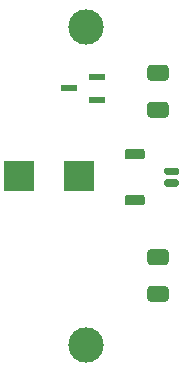
<source format=gbr>
%TF.GenerationSoftware,KiCad,Pcbnew,5.1.9*%
%TF.CreationDate,2021-01-06T21:23:30+01:00*%
%TF.ProjectId,powerpack,706f7765-7270-4616-936b-2e6b69636164,rev?*%
%TF.SameCoordinates,Original*%
%TF.FileFunction,Soldermask,Top*%
%TF.FilePolarity,Negative*%
%FSLAX46Y46*%
G04 Gerber Fmt 4.6, Leading zero omitted, Abs format (unit mm)*
G04 Created by KiCad (PCBNEW 5.1.9) date 2021-01-06 21:23:30*
%MOMM*%
%LPD*%
G01*
G04 APERTURE LIST*
%ADD10C,3.000000*%
%ADD11R,1.380000X0.600000*%
%ADD12R,2.500000X2.500000*%
G04 APERTURE END LIST*
D10*
%TO.C,J2.1*%
X174942500Y-21907500D03*
%TD*%
D11*
%TO.C,U1*%
X173510800Y-27127200D03*
X175840800Y-26177200D03*
X175840800Y-28077200D03*
%TD*%
%TO.C,C1*%
G36*
G01*
X180349997Y-43876800D02*
X181650003Y-43876800D01*
G75*
G02*
X181900000Y-44126797I0J-249997D01*
G01*
X181900000Y-44951803D01*
G75*
G02*
X181650003Y-45201800I-249997J0D01*
G01*
X180349997Y-45201800D01*
G75*
G02*
X180100000Y-44951803I0J249997D01*
G01*
X180100000Y-44126797D01*
G75*
G02*
X180349997Y-43876800I249997J0D01*
G01*
G37*
G36*
G01*
X180349997Y-40751800D02*
X181650003Y-40751800D01*
G75*
G02*
X181900000Y-41001797I0J-249997D01*
G01*
X181900000Y-41826803D01*
G75*
G02*
X181650003Y-42076800I-249997J0D01*
G01*
X180349997Y-42076800D01*
G75*
G02*
X180100000Y-41826803I0J249997D01*
G01*
X180100000Y-41001797D01*
G75*
G02*
X180349997Y-40751800I249997J0D01*
G01*
G37*
%TD*%
%TO.C,C2*%
G36*
G01*
X180349997Y-25156200D02*
X181650003Y-25156200D01*
G75*
G02*
X181900000Y-25406197I0J-249997D01*
G01*
X181900000Y-26231203D01*
G75*
G02*
X181650003Y-26481200I-249997J0D01*
G01*
X180349997Y-26481200D01*
G75*
G02*
X180100000Y-26231203I0J249997D01*
G01*
X180100000Y-25406197D01*
G75*
G02*
X180349997Y-25156200I249997J0D01*
G01*
G37*
G36*
G01*
X180349997Y-28281200D02*
X181650003Y-28281200D01*
G75*
G02*
X181900000Y-28531197I0J-249997D01*
G01*
X181900000Y-29356203D01*
G75*
G02*
X181650003Y-29606200I-249997J0D01*
G01*
X180349997Y-29606200D01*
G75*
G02*
X180100000Y-29356203I0J249997D01*
G01*
X180100000Y-28531197D01*
G75*
G02*
X180349997Y-28281200I249997J0D01*
G01*
G37*
%TD*%
%TO.C,J1*%
G36*
G01*
X181692400Y-33845600D02*
X182642400Y-33845600D01*
G75*
G02*
X182792400Y-33995600I0J-150000D01*
G01*
X182792400Y-34295600D01*
G75*
G02*
X182642400Y-34445600I-150000J0D01*
G01*
X181692400Y-34445600D01*
G75*
G02*
X181542400Y-34295600I0J150000D01*
G01*
X181542400Y-33995600D01*
G75*
G02*
X181692400Y-33845600I150000J0D01*
G01*
G37*
G36*
G01*
X181692400Y-34845600D02*
X182642400Y-34845600D01*
G75*
G02*
X182792400Y-34995600I0J-150000D01*
G01*
X182792400Y-35295600D01*
G75*
G02*
X182642400Y-35445600I-150000J0D01*
G01*
X181692400Y-35445600D01*
G75*
G02*
X181542400Y-35295600I0J150000D01*
G01*
X181542400Y-34995600D01*
G75*
G02*
X181692400Y-34845600I150000J0D01*
G01*
G37*
G36*
G01*
X178417400Y-32245600D02*
X179667400Y-32245600D01*
G75*
G02*
X179892400Y-32470600I0J-225000D01*
G01*
X179892400Y-32920600D01*
G75*
G02*
X179667400Y-33145600I-225000J0D01*
G01*
X178417400Y-33145600D01*
G75*
G02*
X178192400Y-32920600I0J225000D01*
G01*
X178192400Y-32470600D01*
G75*
G02*
X178417400Y-32245600I225000J0D01*
G01*
G37*
G36*
G01*
X178417400Y-36145600D02*
X179667400Y-36145600D01*
G75*
G02*
X179892400Y-36370600I0J-225000D01*
G01*
X179892400Y-36820600D01*
G75*
G02*
X179667400Y-37045600I-225000J0D01*
G01*
X178417400Y-37045600D01*
G75*
G02*
X178192400Y-36820600I0J225000D01*
G01*
X178192400Y-36370600D01*
G75*
G02*
X178417400Y-36145600I225000J0D01*
G01*
G37*
%TD*%
D12*
%TO.C,-*%
X174294800Y-34569400D03*
%TD*%
%TO.C,+*%
X169265600Y-34569400D03*
%TD*%
D10*
%TO.C,J2.2*%
X174942500Y-48895000D03*
%TD*%
M02*

</source>
